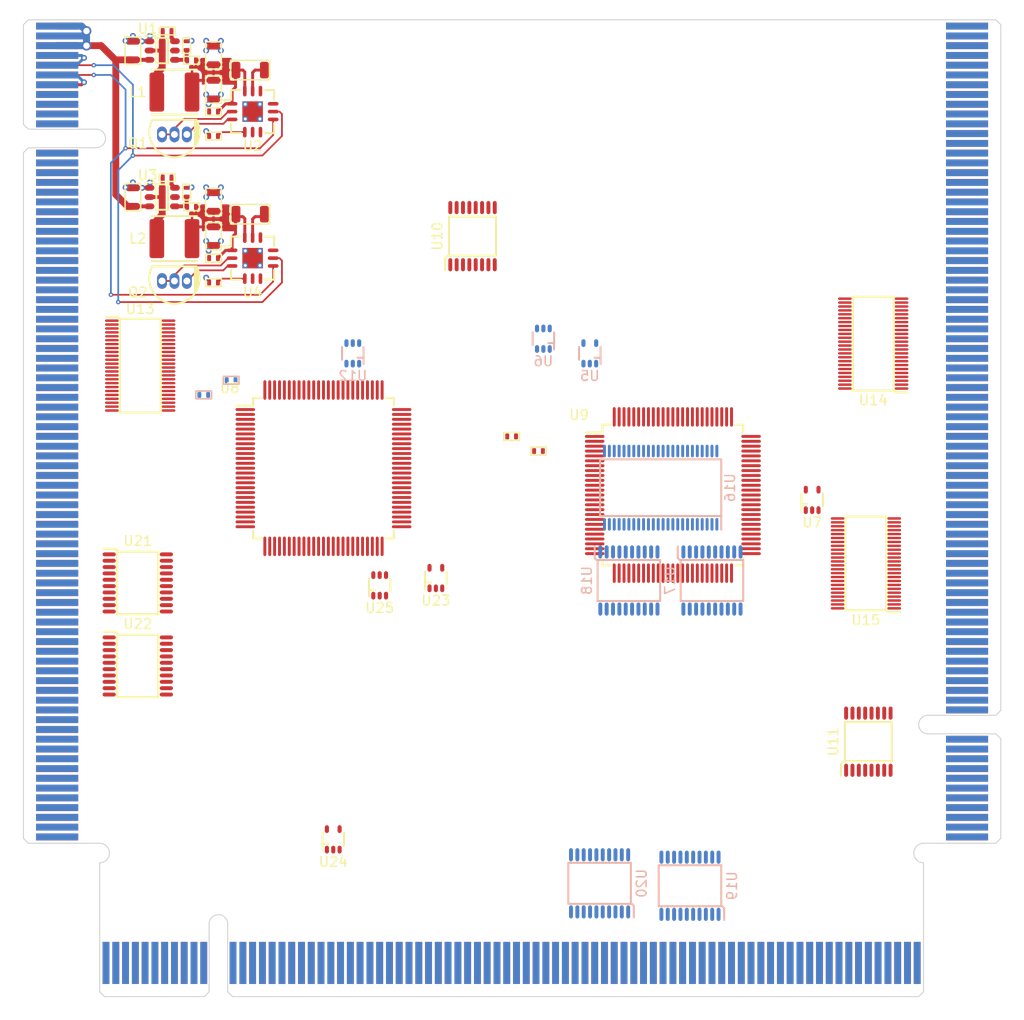
<source format=kicad_pcb>
(kicad_pcb (version 20211014) (generator pcbnew)
  (layers (0 "F.Cu" signal) (1 "In1.Cu" signal) (2 "In2.Cu" signal) (31 "B.Cu" signal) (34 "B.Paste" user) (35 "F.Paste" user) (36 "B.SilkS" user "B.Silkscreen") (37 "F.SilkS" user "F.Silkscreen") (38 "B.Mask" user) (39 "F.Mask" user) (44 "Edge.Cuts" user))
  (net 0 "")
  (net 1 "+12V")
  (net 2 "Net-(C2-Pad1)")
  (net 3 "/SW3v3")
  (net 4 "GND")
  (net 5 "/3v3")
  (net 6 "Net-(C7-Pad1)")
  (net 7 "/SW5v0")
  (net 51 "/5v0")
  (net 52 "/~{RESET}od")
  (net 53 "/SCL")
  (net 54 "/SDA")
  (net 55 "Net-(Q1-Pad1)")
  (net 411 "Net-(Q1-Pad2)")
  (net 412 "Net-(Q2-Pad1)")
  (net 413 "Net-(Q2-Pad2)")
  (net 414 "Net-(R1-Pad2)")
  (net 415 "Net-(R3-Pad1)")
  (net 416 "VCC")
  (net 417 "Net-(R5-Pad2)")
  (net 418 "Net-(R7-Pad1)")
  (net 419 "+5V")
  (net 430 "Net-(R9-Pad1)")
  (net 431 "Net-(R10-Pad1)")
  (net 432 "Net-(R11-Pad1)")
  (net 433 "Net-(R12-Pad1)")
  (net 434 "/S.FX_OVR_R_BASE")
  (net 435 "/S.FX")
  (net 436 "Net-(U5-Pad4)")
  (net 437 "/SLEEPING")
  (net 438 "Net-(U6-Pad4)")
  (net 439 "/S.BASE_{3}")
  (net 440 "/S.FX_OVR_R_SR1")
  (net 441 "Net-(U7-Pad4)")
  (net 444 "Net-(U13-Pad36)")
  (net 445 "Net-(U13-Pad35)")
  (net 446 "Net-(U13-Pad33)")
  (net 447 "Net-(U13-Pad32)")
  (net 448 "Net-(U13-Pad30)")
  (net 449 "Net-(U13-Pad29)")
  (net 450 "Net-(U13-Pad27)")
  (net 451 "Net-(U13-Pad26)")
  (net 452 "/WD_{0}")
  (net 453 "/WD_{1}")
  (net 454 "/WD_{2}")
  (net 455 "/WD_{3}")
  (net 456 "/WD_{4}")
  (net 457 "/WD_{5}")
  (net 458 "/WD_{6}")
  (net 459 "/WD_{8}")
  (net 460 "/WD_{9}")
  (net 463 "/WD_{7}")
  (net 464 "/WD_{10}")
  (net 465 "/WD_{11}")
  (net 466 "/WD_{12}")
  (net 467 "/WD_{13}")
  (net 468 "/WD_{14}")
  (net 469 "/WD_{15}")
  (net 470 "/~{WE}")
  (net 472 "/WFX")
  (net 473 "/T.RCTX_{5}")
  (net 474 "/T.RCTX_{4}")
  (net 475 "/T.RCTX_{3}")
  (net 476 "/T.RCTX_{2}")
  (net 481 "/T.RCTX_{1}")
  (net 482 "/T.RCTX_{0}")
  (net 483 "/T.SR1_WI_{2}")
  (net 484 "/T.SR1_WI_{1}")
  (net 485 "/T.SR1_WI_{0}")
  (net 490 "/S.BASE_{0}")
  (net 491 "/S.BASE_{1}")
  (net 492 "/S.BASE_{2}")
  (net 493 "/S.RCTX_{0}")
  (net 494 "/S.RCTX_{1}")
  (net 495 "/S.RCTX_{2}")
  (net 500 "/S.RCTX_{3}")
  (net 501 "/S.RCTX_{4}")
  (net 502 "/S.RCTX_{5}")
  (net 504 "Net-(U13-Pad47)")
  (net 505 "Net-(U13-Pad46)")
  (net 506 "Net-(U13-Pad44)")
  (net 507 "Net-(U13-Pad43)")
  (net 508 "Net-(U13-Pad41)")
  (net 509 "Net-(U13-Pad40)")
  (net 510 "Net-(U13-Pad38)")
  (net 511 "Net-(U13-Pad37)")
  (net 516 "/RD_{8}")
  (net 517 "/RD_{9}")
  (net 518 "/RD_{10}")
  (net 519 "/RD_{11}")
  (net 520 "/RD_{12}")
  (net 521 "/RD_{13}")
  (net 522 "/RD_{14}")
  (net 523 "/RD_{15}")
  (net 535 "/S.SR1_RI_{0}")
  (net 536 "/S.SR1_RI_{1}")
  (net 537 "/S.SR1_RI_{2}")
  (net 543 "/RD_{0}")
  (net 544 "/RD_{1}")
  (net 545 "/RD_{2}")
  (net 546 "/RD_{3}")
  (net 547 "/RD_{4}")
  (net 548 "/RD_{5}")
  (net 549 "/RD_{6}")
  (net 550 "/RD_{7}")
  (net 553 "/~{PHI}")
  (net 554 "/S.JL_SRC_{0}")
  (net 555 "/S.JL_SRC_{1}")
  (net 558 "Net-(U10-Pad6)")
  (net 560 "/~{WRITE_FROM_PN}")
  (net 561 "/~{WRITE_FROM_L}")
  (net 562 "/~{WRITE_FROM_SELF}")
  (net 564 "/T.SR1_WSRC_{1}")
  (net 565 "/T.SR1_WSRC_{0}")
  (net 566 "/S.K_SRC_{0}")
  (net 567 "/S.K_SRC_{1}")
  (net 568 "/S.K_SRC_{2}")
  (net 574 "Net-(U11-Pad13)")
  (net 577 "Net-(U12-Pad4)")
  (net 578 "/S.A_BASE_{0}")
  (net 579 "/S.A_BASE_{1}")
  (net 580 "/S.A_BASE_{2}")
  (net 581 "/S.A_BASE_{3}")
  (net 582 "/S.A_BASE_{4}")
  (net 583 "/S.A_BASE_{5}")
  (net 584 "/S.A_BASE_{6}")
  (net 585 "/S.A_BASE_{7}")
  (net 586 "/S.A_BASE_{8}")
  (net 587 "/S.A_BASE_{9}")
  (net 588 "/S.A_BASE_{10}")
  (net 589 "/S.A_BASE_{11}")
  (net 590 "/S.A_BASE_{12}")
  (net 591 "/S.A_BASE_{13}")
  (net 592 "/S.A_BASE_{14}")
  (net 593 "/S.A_BASE_{15}")
  (net 594 "/S.JL_{0}")
  (net 595 "/S.JL_{1}")
  (net 596 "/S.JL_{2}")
  (net 597 "/S.JL_{3}")
  (net 598 "/S.JL_{4}")
  (net 599 "/S.JL_{5}")
  (net 600 "/S.JL_{6}")
  (net 601 "/S.JL_{7}")
  (net 602 "/S.JL_{8}")
  (net 603 "/S.JL_{9}")
  (net 604 "/S.JL_{10}")
  (net 605 "/S.JL_{11}")
  (net 606 "/S.JL_{12}")
  (net 607 "/S.JL_{13}")
  (net 608 "/S.JL_{14}")
  (net 609 "/S.JL_{15}")
  (net 610 "/S.K_{0}")
  (net 611 "/S.K_{1}")
  (net 612 "/S.K_{2}")
  (net 613 "/S.K_{3}")
  (net 614 "/S.K_{4}")
  (net 615 "/S.K_{5}")
  (net 616 "/S.K_{6}")
  (net 617 "/S.K_{7}")
  (net 618 "/S.K_{8}")
  (net 619 "/S.K_{9}")
  (net 620 "/S.K_{10}")
  (net 621 "/S.K_{11}")
  (net 622 "/S.K_{12}")
  (net 623 "/S.K_{13}")
  (net 624 "/S.K_{14}")
  (net 625 "/S.K_{15}")
  (net 626 "Net-(U16-Pad2)")
  (net 627 "Net-(U16-Pad3)")
  (net 628 "Net-(U16-Pad5)")
  (net 629 "Net-(U16-Pad6)")
  (net 630 "Net-(U16-Pad8)")
  (net 631 "Net-(U16-Pad9)")
  (net 632 "Net-(U16-Pad11)")
  (net 633 "Net-(U16-Pad12)")
  (net 634 "Net-(U16-Pad13)")
  (net 635 "Net-(U16-Pad14)")
  (net 636 "Net-(U16-Pad16)")
  (net 637 "Net-(U16-Pad17)")
  (net 638 "Net-(U16-Pad19)")
  (net 639 "Net-(U16-Pad20)")
  (net 640 "Net-(U16-Pad22)")
  (net 641 "Net-(U16-Pad23)")
  (net 642 "/PHI")
  (net 643 "/T.L_{0}")
  (net 644 "/T.L_{1}")
  (net 645 "/T.L_{2}")
  (net 646 "/T.L_{3}")
  (net 647 "/T.L_{4}")
  (net 648 "/T.L_{5}")
  (net 649 "/T.L_{6}")
  (net 650 "/T.L_{7}")
  (net 651 "/T.L_{8}")
  (net 652 "/T.L_{9}")
  (net 653 "/T.L_{10}")
  (net 654 "/T.L_{11}")
  (net 655 "/T.L_{12}")
  (net 656 "/T.L_{13}")
  (net 657 "/T.L_{14}")
  (net 658 "/T.L_{15}")
  (net 659 "/T.N_{0}")
  (net 660 "/T.N_{1}")
  (net 661 "/T.N_{2}")
  (net 662 "/T.N_{3}")
  (net 663 "/T.N_{4}")
  (net 664 "/T.N_{5}")
  (net 665 "/T.N_{6}")
  (net 666 "/T.N_{7}")
  (net 667 "/T.N_{8}")
  (net 668 "/T.N_{9}")
  (net 669 "/T.N_{10}")
  (net 670 "/T.N_{11}")
  (net 671 "/T.P_{0}")
  (net 672 "/T.P_{1}")
  (net 673 "/T.P_{2}")
  (net 674 "/T.P_{3}")
  (net 675 "Net-(U23-Pad4)")
  (net 676 "/S.FX_OVR_W")
  (net 677 "/T.INHIBIT_W")
  (footprint "footprints:U_QFN-12_4x4_P0.8_EP2.1x2.1" (layer "F.Cu") (at 37 37.75)
    (fp_text reference "U4")
    (fp_text value "EMC1702")
  )
  (footprint "footprints:R_0402" (layer "F.Cu") (at 63.5 56)
    (fp_text reference "R11")
    (fp_text value "1k")
  )
  (footprint "footprints:U_SOT353_1.25x2.1_P0.65" (layer "F.Cu") (at 45.25 97.25)
    (fp_text reference "U24")
    (fp_text value "74LVC1G86")
  )
  (footprint "footprints:R_1206" (layer "F.Cu") (at 36.75 33.25 180)
    (fp_text reference "R8")
    (fp_text value "15m")
  )
  (footprint "footprints:C_0805" (layer "F.Cu") (at 33 35.5 -90)
    (fp_text reference "C9")
    (fp_text value "22u")
  )
  (footprint "footprints:U_TSSOP-20_4.4x6.5_P0.65" (layer "F.Cu") (at 25.25 71 -90)
    (fp_text reference "U21")
    (fp_text value "74LVC541")
  )
  (footprint "footprints:U_TSSOP-20_4.4x6.5_P0.65" (layer "F.Cu") (at 25.25 79.5 -90)
    (fp_text reference "U22")
    (fp_text value "74LVC541")
  )
  (footprint "footprints:L_taiyo_yuden_nrs5040" (layer "F.Cu") (at 29 35.75 180)
    (fp_text reference "L2")
    (fp_text value "3.3u")
  )
  (footprint "footprints:R_0402" (layer "F.Cu") (at 33 25.25 180)
    (fp_text reference "R3")
    (fp_text value "LIST")
  )
  (footprint "footprints:U_TO92-3" (layer "F.Cu") (at 29 40.088223 180)
    (fp_text reference "Q2")
    (fp_text value "2N3904")
  )
  (footprint "footprints:C_0805" (layer "F.Cu") (at 33 17 90)
    (fp_text reference "C4")
    (fp_text value "22u")
  )
  (footprint "footprints:R_0402" (layer "F.Cu") (at 33 40.25 180)
    (fp_text reference "R7")
    (fp_text value "LIST")
  )
  (footprint "footprints:U_QFP-100_14x14_P0.5" (layer "F.Cu") (at 80 62)
    (fp_text reference "U9")
    (fp_text value "CY7C0241-15AC")
  )
  (footprint "footprints:R_0402" (layer "F.Cu") (at 66.25 57.5)
    (fp_text reference "R12")
    (fp_text value "1k")
  )
  (footprint "footprints:U_TVSOP-48_4.4x9.7_P0.4" (layer "F.Cu") (at 100.5 46.5 180)
    (fp_text reference "U14")
    (fp_text value "74LVT16244")
  )
  (footprint "footprints:U_TSSOP-16_4.4x5_P0.65" (layer "F.Cu") (at 100 87.25)
    (fp_text reference "U11")
    (fp_text value "74LVC138")
  )
  (footprint "footprints:C_0805" (layer "F.Cu") (at 24.75 31.5 90)
    (fp_text reference "C6")
    (fp_text value "10u")
  )
  (footprint "footprints:U_TVSOP-48_4.4x9.7_P0.4" (layer "F.Cu") (at 25.5 48.75)
    (fp_text reference "U13")
    (fp_text value "74LVCH16244A")
  )
  (footprint "footprints:R_0402" (layer "F.Cu") (at 30.75 17.5 180)
    (fp_text reference "R1")
    (fp_text value "33k2 1%")
  )
  (footprint "footprints:U_QFN-12_4x4_P0.8_EP2.1x2.1" (layer "F.Cu") (at 37 22.75)
    (fp_text reference "U2")
    (fp_text value "EMC1702")
  )
  (footprint "footprints:C_0402" (layer "F.Cu") (at 28.25 14.5 180)
    (fp_text reference "C2")
    (fp_text value "100n")
  )
  (footprint "footprints:CardEdge_PCIe_x16" (layer "F.Cu") (at 113.55 97.65 90)
    (fp_text reference "J3")
    (fp_text value "2M11_2M71")
    (fp_line (start 0 -0.5) (end 0.5 0) (layer "Edge.Cuts") (width 0.1))
    (fp_line (start 11.2 -0.5) (end 10.7 0) (layer "Edge.Cuts") (width 0.1))
    (fp_line (start 0.5 0) (end 10.7 0) (layer "Edge.Cuts") (width 0.1))
    (fp_line (start 13.6 0) (end 83.8 0) (layer "Edge.Cuts") (width 0.1))
    (fp_line (start 11.2 -7.45) (end 11.2 -0.5) (layer "Edge.Cuts") (width 0.1))
    (fp_line (start 84.3 -7.45) (end 84.3 -0.5) (layer "Edge.Cuts") (width 0.1))
    (fp_line (start 13.1 -7.45) (end 13.1 -0.5) (layer "Edge.Cuts") (width 0.1))
    (fp_line (start 84.3 -0.5) (end 83.8 0) (layer "Edge.Cuts") (width 0.1))
    (fp_line (start 13.1 -0.5) (end 13.6 0) (layer "Edge.Cuts") (width 0.1))
    (fp_line (start 0 -7.45) (end 0 -0.5) (layer "Edge.Cuts") (width 0.1))
    (fp_arc (start 11.2 -7.45) (mid 12.15 -8.4) (end 13.1 -7.45) (layer "Edge.Cuts") (width 0.1))
  )
  (footprint "footprints:CardEdge_PCIe_x16" (layer "F.Cu") (at 21.35 113.35)
    (fp_text reference "J2")
    (fp_text value "2M11_2M71")
    (fp_line (start 84.3 -7.45) (end 84.3 -0.5) (layer "Edge.Cuts") (width 0.1))
    (fp_line (start 13.1 -0.5) (end 13.6 0) (layer "Edge.Cuts") (width 0.1))
    (fp_line (start 0 -0.5) (end 0.5 0) (layer "Edge.Cuts") (width 0.1))
    (fp_line (start 13.6 0) (end 83.8 0) (layer "Edge.Cuts") (width 0.1))
    (fp_line (start 13.1 -7.45) (end 13.1 -0.5) (layer "Edge.Cuts") (width 0.1))
    (fp_line (start 0 -7.45) (end 0 -0.5) (layer "Edge.Cuts") (width 0.1))
    (fp_line (start 11.2 -0.5) (end 10.7 0) (layer "Edge.Cuts") (width 0.1))
    (fp_line (start 84.3 -0.5) (end 83.8 0) (layer "Edge.Cuts") (width 0.1))
    (fp_line (start 0.5 0) (end 10.7 0) (layer "Edge.Cuts") (width 0.1))
    (fp_line (start 11.2 -7.45) (end 11.2 -0.5) (layer "Edge.Cuts") (width 0.1))
    (fp_arc (start 11.2 -7.45) (mid 12.15 -8.4) (end 13.1 -7.45) (layer "Edge.Cuts") (width 0.1))
  )
  (footprint "footprints:CardEdge_PCIe_x16" (layer "F.Cu") (at 13.55 13.35 -90)
    (fp_text reference "J1")
    (fp_text value "2M11_2M71")
    (fp_line (start 13.1 -0.5) (end 13.6 0) (layer "Edge.Cuts") (width 0.1))
    (fp_line (start 11.2 -0.5) (end 10.7 0) (layer "Edge.Cuts") (width 0.1))
    (fp_line (start 84.3 -7.45) (end 84.3 -0.5) (layer "Edge.Cuts") (width 0.1))
    (fp_line (start 0 -7.45) (end 0 -0.5) (layer "Edge.Cuts") (width 0.1))
    (fp_line (start 0 -0.5) (end 0.5 0) (layer "Edge.Cuts") (width 0.1))
    (fp_line (start 13.1 -7.45) (end 13.1 -0.5) (layer "Edge.Cuts") (width 0.1))
    (fp_line (start 13.6 0) (end 83.8 0) (layer "Edge.Cuts") (width 0.1))
    (fp_line (start 11.2 -7.45) (end 11.2 -0.5) (layer "Edge.Cuts") (width 0.1))
    (fp_line (start 0.5 0) (end 10.7 0) (layer "Edge.Cuts") (width 0.1))
    (fp_line (start 84.3 -0.5) (end 83.8 0) (layer "Edge.Cuts") (width 0.1))
    (fp_arc (start 11.2 -7.45) (mid 12.15 -8.4) (end 13.1 -7.45) (layer "Edge.Cuts") (width 0.1))
  )
  (footprint "footprints:C_0805" (layer "F.Cu") (at 33 20.5 -90)
    (fp_text reference "C3")
    (fp_text value "22u")
  )
  (footprint "footprints:U_SOT23-6" (layer "F.Cu") (at 27.75 31.5)
    (fp_text reference "U3")
    (fp_text value "AP62300TWU-7")
  )
  (footprint "footprints:U_SOT353_1.25x2.1_P0.65" (layer "F.Cu") (at 94.25 62.5)
    (fp_text reference "U7")
    (fp_text value "74LVC1G86")
  )
  (footprint "footprints:R_0402" (layer "F.Cu") (at 30.25 16 90)
    (fp_text reference "R2")
    (fp_text value "10k 1%")
  )
  (footprint "footprints:L_taiyo_yuden_nrs5040" (layer "F.Cu") (at 29 20.75 180)
    (fp_text reference "L1")
    (fp_text value "3.3u")
  )
  (footprint "footprints:C_0402" (layer "F.Cu") (at 33 22.75 180)
    (fp_text reference "C5")
    (fp_text value "100n")
  )
  (footprint "footprints:U_SOT23-6" (layer "F.Cu") (at 27.75 16.5)
    (fp_text reference "U1")
    (fp_text value "AP62300TWU-7")
  )
  (footprint "footprints:R_0402" (layer "F.Cu") (at 30.75 32.5 180)
    (fp_text reference "R5")
    (fp_text value "56k2 1%")
  )
  (footprint "footprints:C_0402" (layer "F.Cu") (at 33 37.75 180)
    (fp_text reference "C10")
    (fp_text value "100n")
  )
  (footprint "footprints:U_QFP-100_14x14_P0.5" (layer "F.Cu") (at 44.25 59.25)
    (fp_text reference "U8")
    (fp_text value "CY7C0241-15AC")
  )
  (footprint "footprints:C_0402" (layer "F.Cu") (at 28.25 29.5 180)
    (fp_text reference "C7")
    (fp_text value "100n")
  )
  (footprint "footprints:R_0402" (layer "F.Cu") (at 30.25 31 90)
    (fp_text reference "R6")
    (fp_text value "10k 1%")
  )
  (footprint "footprints:U_TVSOP-48_4.4x9.7_P0.4" (layer "F.Cu") (at 99.75 69 180)
    (fp_text reference "U15")
    (fp_text value "74LVT16244")
  )
  (footprint "footprints:C_0805" (layer "F.Cu") (at 24.75 16.5 90)
    (fp_text reference "C1")
    (fp_text value "10u")
  )
  (footprint "footprints:U_TSSOP-16_4.4x5_P0.65" (layer "F.Cu") (at 59.5 35.5)
    (fp_text reference "U10")
    (fp_text value "74LVC139")
  )
  (footprint "footprints:U_SOT353_1.25x2.1_P0.65" (layer "F.Cu") (at 55.75 70.5)
    (fp_text reference "U23")
    (fp_text value "74LVC1G02")
  )
  (footprint "footprints:U_SOT363_1.25x2.1_P0.65" (layer "F.Cu") (at 50 71.25)
    (fp_text reference "U25")
    (fp_text value "74LVC1G332")
  )
  (footprint "footprints:U_TO92-3" (layer "F.Cu") (at 29 25.088223 180)
    (fp_text reference "Q1")
    (fp_text value "2N3904")
  )
  (footprint "footprints:C_0805" (layer "F.Cu") (at 33 32 90)
    (fp_text reference "C8")
    (fp_text value "22u")
  )
  (footprint "footprints:R_1206" (layer "F.Cu") (at 36.75 18.5 180)
    (fp_text reference "R4")
    (fp_text value "15m")
  )
  (footprint "footprints:U_TSSOP-20_4.4x6.5_P0.65" (layer "B.Cu") (at 81.75 102 180)
    (fp_text reference "U19")
    (fp_text value "74LVC541")
  )
  (footprint "footprints:U_SOT363_1.25x2.1_P0.65" (layer "B.Cu") (at 47.25 47.5 180)
    (fp_text reference "U12")
    (fp_text value "74LVC1G157")
  )
  (footprint "footprints:U_TSSOP-48_6.1x12.5_P0.5" (layer "B.Cu") (at 78.75 61.25 90)
    (fp_text reference "U16")
    (fp_text value "74LVCH16374")
  )
  (footprint "footprints:U_SOT363_1.25x2.1_P0.65" (layer "B.Cu") (at 66.75 46 180)
    (fp_text reference "U6")
    (fp_text value "74LVC1G157")
  )
  (footprint "footprints:R_0402" (layer "B.Cu") (at 34.8 50.25 180)
    (fp_text reference "R9")
    (fp_text value "1k")
  )
  (footprint "footprints:U_SOT353_1.25x2.1_P0.65" (layer "B.Cu") (at 71.5 47.5 180)
    (fp_text reference "U5")
    (fp_text value "74LVC1G86")
  )
  (footprint "footprints:U_TSSOP-20_4.4x6.5_P0.65" (layer "B.Cu") (at 84 70.75)
    (fp_text reference "U17")
    (fp_text value "74LVC574")
  )
  (footprint "footprints:U_TSSOP-20_4.4x6.5_P0.65" (layer "B.Cu") (at 72.5 101.75 180)
    (fp_text reference "U20")
    (fp_text value "74LVC541")
  )
  (footprint "footprints:U_TSSOP-20_4.4x6.5_P0.65" (layer "B.Cu") (at 75.5 70.75)
    (fp_text reference "U18")
    (fp_text value "74LVC574")
  )
  (footprint "footprints:R_0402" (layer "B.Cu") (at 32 51.75 180)
    (fp_text reference "R10")
    (fp_text value "1k")
  )
  (gr_line (start 21 97.65) (end 21.35 97.65) (layer "Edge.Cuts") (width 0.1))
  (gr_line (start 106.1 13.35) (end 21 13.35) (layer "Edge.Cuts") (width 0.1))
  (gr_line (start 105.65 105.9) (end 105.65 99.65) (layer "Edge.Cuts") (width 0.1))
  (gr_line (start 21.35 105.9) (end 21.35 99.65) (layer "Edge.Cuts") (width 0.1))
  (gr_line (start 105.65 97.65) (end 106.1 97.65) (layer "Edge.Cuts") (width 0.1))
  (gr_arc (start 105.65 99.65) (mid 104.65 98.65) (end 105.65 97.65) (layer "Edge.Cuts") (width 0.1))
  (gr_arc (start 21.35 97.65) (mid 22.35 98.65) (end 21.35 99.65) (layer "Edge.Cuts") (width 0.1))
  (segment (start 20 15) (end 20 16) (width 0.7) (layer "F.Cu") (net 1))
  (segment (start 23 31.25) (end 24.2 32.45) (width 0.7) (layer "F.Cu") (net 1))
  (segment (start 19.5 14) (end 17 14) (width 0.7) (layer "F.Cu") (net 1))
  (segment (start 17 15) (end 20 15) (width 0.7) (layer "F.Cu") (net 1))
  (segment (start 20 16) (end 21.5 16) (width 0.7) (layer "F.Cu") (net 1))
  (segment (start 26.45 32.45) (end 24.75 32.45) (width 0.4) (layer "F.Cu") (net 1))
  (segment (start 26.45 17.45) (end 24.75 17.45) (width 0.4) (layer "F.Cu") (net 1))
  (segment (start 20 14.5) (end 19.5 14) (width 0.7) (layer "F.Cu") (net 1))
  (segment (start 21.5 16) (end 22.95 17.45) (width 0.7) (layer "F.Cu") (net 1))
  (segment (start 21.5 16) (end 23 17.5) (width 0.7) (layer "F.Cu") (net 1))
  (segment (start 22.95 17.45) (end 24.75 17.45) (width 0.7) (layer "F.Cu") (net 1))
  (segment (start 23 17.5) (end 23 31.25) (width 0.7) (layer "F.Cu") (net 1))
  (segment (start 24.2 32.45) (end 24.75 32.45) (width 0.7) (layer "F.Cu") (net 1))
  (segment (start 20 16) (end 17 16) (width 0.7) (layer "F.Cu") (net 1))
  (segment (start 20 16) (end 20 14.5) (width 0.7) (layer "F.Cu") (net 1))
  (via (at 20 16) (size 1) (drill 0.65) (layers "F.Cu" "B.Cu") (net 1))
  (via (at 20 14.5) (size 1) (drill 0.65) (layers "F.Cu" "B.Cu") (net 1))
  (segment (start 19.5 14) (end 17 14) (width 0.7) (layer "B.Cu") (net 1))
  (segment (start 20 14.5) (end 19.5 14) (width 0.7) (layer "B.Cu") (net 1))
  (segment (start 20 16) (end 20 15) (width 0.7) (layer "B.Cu") (net 1))
  (segment (start 20 16) (end 20 14.5) (width 0.7) (layer "B.Cu") (net 1))
  (segment (start 20 15) (end 17 15) (width 0.7) (layer "B.Cu") (net 1))
  (segment (start 20 16) (end 17 16) (width 0.7) (layer "B.Cu") (net 1))
  (segment (start 28.7 15.2) (end 29.05 15.55) (width 0.4) (layer "F.Cu") (net 2))
  (segment (start 28.7 14.5) (end 28.7 15.2) (width 0.4) (layer "F.Cu") (net 2))
  (segment (start 27.8 15.45) (end 27.75 15.5) (width 0.4) (layer "F.Cu") (net 3))
  (segment (start 26.45 16.5) (end 27.75 16.5) (width 0.4) (layer "F.Cu") (net 3))
  (segment (start 27.75 15.5) (end 27.75 16.5) (width 0.7) (layer "F.Cu") (net 3))
  (segment (start 27.75 16.5) (end 27.75 18.3) (width 0.7) (layer "F.Cu") (net 3))
  (segment (start 27.2 18.85) (end 27.2 20.75) (width 0.7) (layer "F.Cu") (net 3))
  (segment (start 27.75 18.3) (end 27.2 18.85) (width 0.7) (layer "F.Cu") (net 3))
  (segment (start 27.8 14.5) (end 27.8 15.45) (width 0.4) (layer "F.Cu") (net 3))
  (segment (start 32.55 37.05) (end 32.5 37) (width 0.3) (layer "F.Cu") (net 4))
  (segment (start 33.3 31.05) (end 33.75 31.5) (width 0.3) (layer "F.Cu") (net 4))
  (segment (start 25.7 15.55) (end 24.75 15.55) (width 0.4) (layer "F.Cu") (net 4))
  (segment (start 37 37.75) (end 37.75 37) (width 0.3) (layer "F.Cu") (net 4))
  (segment (start 33 21.45) (end 33 21.5) (width 0.3) (layer "F.Cu") (net 4))
  (segment (start 33 36.45) (end 33 36.5) (width 0.3) (layer "F.Cu") (net 4))
  (segment (start 33 16.05) (end 32.8 16.05) (width 0.3) (layer "F.Cu") (net 4))
  (segment (start 33 16.05) (end 32.7 16.05) (width 0.3) (layer "F.Cu") (net 4))
  (segment (start 32.7 36.45) (end 32.25 36) (width 0.3) (layer "F.Cu") (net 4))
  (segment (start 30.7 15.55) (end 30.75 15.5) (width 0.3) (layer "F.Cu") (net 4))
  (segment (start 32.55 22.05) (end 32.5 22) (width 0.3) (layer "F.Cu") (net 4))
  (segment (start 26.45 15.55) (end 26.45 15.05) (width 0.4) (layer "F.Cu") (net 4))
  (segment (start 37 37.75) (end 36.25 38.5) (width 0.3) (layer "F.Cu") (net 4))
  (segment (start 33 36.45) (end 32.7 36.45) (width 0.3) (layer "F.Cu") (net 4))
  (segment (start 32.8 31.05) (end 32.25 30.5) (width 0.3) (layer "F.Cu") (net 4))
  (segment (start 32.7 21.45) (end 32.25 21) (width 0.3) (layer "F.Cu") (net 4))
  (segment (start 32.7 16.05) (end 32.25 16.5) (width 0.3) (layer "F.Cu") (net 4))
  (segment (start 26.45 30.55) (end 26.45 30.05) (width 0.4) (layer "F.Cu") (net 4))
  (segment (start 24.75 15.55) (end 24.05 15.55) (width 0.4) (layer "F.Cu") (net 4))
  (segment (start 26.45 15.55) (end 25.7 15.55) (width 0.4) (layer "F.Cu") (net 4))
  (segment (start 33 21.45) (end 32.7 21.45) (width 0.3) (layer "F.Cu") (net 4))
  (segment (start 37 22.75) (end 36.25 22) (width 0.3) (layer "F.Cu") (net 4))
  (segment (start 30.25 30.55) (end 30.7 30.55) (width 0.3) (layer "F.Cu") (net 4))
  (segment (start 30.25 15.55) (end 30.7 15.55) (width 0.3) (layer "F.Cu") (net 4))
  (segment (start 32.8 16.05) (end 32.25 15.5) (width 0.3) (layer "F.Cu") (net 4))
  (segment (start 26.45 30.05) (end 26.5 30) (width 0.4) (layer "F.Cu") (net 4))
  (segment (start 32.55 25.05) (end 32.25 24.75) (width 0.3) (layer "F.Cu") (net 4))
  (segment (start 32.55 22.75) (end 32.55 22.05) (width 0.3) (layer "F.Cu") (net 4))
  (segment (start 33 31.05) (end 32.8 31.05) (width 0.3) (layer "F.Cu") (net 4))
  (segment (start 33 36.5) (end 32.5 37) (width 0.3) (layer "F.Cu") (net 4))
  (segment (start 33 31.05) (end 32.7 31.05) (width 0.3) (layer "F.Cu") (net 4))
  (segment (start 33 21.5) (end 32.5 22) (width 0.3) (layer "F.Cu") (net 4))
  (segment (start 32.7 31.05) (end 32.25 31.5) (width 0.3) (layer "F.Cu") (net 4))
  (segment (start 24.75 30.55) (end 24.05 30.55) (width 0.4) (layer "F.Cu") (net 4))
  (segment (start 33 36.45) (end 33.3 36.45) (width 0.3) (layer "F.Cu") (net 4))
  (segment (start 33.2 31.05) (end 33.75 30.5) (width 0.3) (layer "F.Cu") (net 4))
  (segment (start 33.3 36.45) (end 33.75 36) (width 0.3) (layer "F.Cu") (net 4))
  (segment (start 32.55 40.05) (end 32.25 39.75) (width 0.3) (layer "F.Cu") (net 4))
  (segment (start 37 37.75) (end 37.75 38.5) (width 0.3) (layer "F.Cu") (net 4))
  (segment (start 17 17) (end 19.5 17) (width 0.3) (layer "F.Cu") (net 4))
  (segment (start 33 21.45) (end 33.3 21.45) (width 0.3) (layer "F.Cu") (net 4))
  (segment (start 32.55 25.25) (end 32.55 25.05) (width 0.3) (layer "F.Cu") (net 4))
  (segment (start 33 31.05) (end 33.2 31.05) (width 0.3) (layer "F.Cu") (net 4))
  (segment (start 33.3 16.05) (end 33.75 16.5) (width 0.3) (layer "F.Cu") (net 4))
  (segment (start 33 16.05) (end 33.2 16.05) (width 0.3) (layer "F.Cu") (net 4))
  (segment (start 26.45 30.55) (end 25.7 30.55) (width 0.4) (layer "F.Cu") (net 4))
  (segment (start 30.7 30.55) (end 30.75 30.5) (width 0.3) (layer "F.Cu") (net 4))
  (segment (start 33.3 21.45) (end 33.75 21) (width 0.3) (layer "F.Cu") (net 4))
  (segment (start 24.75 15.55) (end 24.75 15) (width 0.4) (layer "F.Cu") (net 4))
  (segment (start 19.75 19.75) (end 19.5 20) (width 0.3) (layer "F.Cu") (net 4))
  (segment (start 32.55 37.75) (end 32.55 37.05) (width 0.3) (layer "F.Cu") (net 4))
  (segment (start 37 22.75) (end 37.75 22) (width 0.3) (layer "F.Cu") (net 4))
  (segment (start 37 22.75) (end 36.25 23.5) (width 0.3) (layer "F.Cu") (net 4))
  (segment (start 24.05 15.55) (end 24 15.5) (width 0.4) (layer "F.Cu") (net 4))
  (segment (start 33.2 16.05) (end 33.75 15.5) (width 0.3) (layer "F.Cu") (net 4))
  (segment (start 32.55 40.25) (end 32.55 40.05) (width 0.3) (layer "F.Cu") (net 4))
  (segment (start 19.5 17) (end 19.75 17.25) (width 0.3) (layer "F.Cu") (net 4))
  (segment (start 24.75 30.55) (end 24.75 30) (width 0.4) (layer "F.Cu") (net 4))
  (segment (start 25.7 30.55) (end 24.75 30.55) (width 0.4) (layer "F.Cu") (net 4))
  (segment (start 37 37.75) (end 36.25 37) (width 0.3) (layer "F.Cu") (net 4))
  (segment (start 19.5 20) (end 17 20) (width 0.3) (layer "F.Cu") (net 4))
  (segment (start 24.05 30.55) (end 24 30.5) (width 0.4) (layer "F.Cu") (net 4))
  (segment (start 33 31.05) (end 33.3 31.05) (width 0.3) (layer "F.Cu") (net 4))
  (segment (start 26.45 15.05) (end 26.5 15) (width 0.4) (layer "F.Cu") (net 4))
  (segment (start 37 22.75) (end 37.75 23.5) (width 0.3) (layer "F.Cu") (net 4))
  (segment (start 33 16.05) (end 33.3 16.05) (width 0.3) (layer "F.Cu") (net 4))
  (via (at 32.25 16.5) (size 0.6) (drill 0.3) (layers "F.Cu" "B.Cu") (net 4))
  (via (at 32.25 31.5) (size 0.6) (drill 0.3) (layers "F.Cu" "B.Cu") (net 4))
  (via (at 33.75 30.5) (size 0.6) (drill 0.3) (layers "F.Cu" "B.Cu") (net 4))
  (via (at 37.75 37) (size 0.6) (drill 0.3) (layers "F.Cu" "B.Cu") (net 4))
  (via (at 36.25 23.5) (size 0.6) (drill 0.3) (layers "F.Cu" "B.Cu") (net 4))
  (via (at 36.25 22) (size 0.6) (drill 0.3) (layers "F.Cu" "B.Cu") (net 4))
  (via (at 25.7 30.55) (size 0.6) (drill 0.3) (layers "F.Cu" "B.Cu") (net 4))
  (via (at 36.25 38.5) (size 0.6) (drill 0.3) (layers "F.Cu" "B.Cu") (net 4))
  (via (at 32.5 22) (size 0.6) (drill 0.3) (layers "F.Cu" "B.Cu") (net 4))
  (via (at 37.75 23.5) (size 0.6) (drill 0.3) (layers "F.Cu" "B.Cu") (net 4))
  (via (at 33.75 15.5) (size 0.6) (drill 0.3) (layers "F.Cu" "B.Cu") (net 4))
  (via (at 33.75 31.5) (size 0.6) (drill 0.3) (layers "F.Cu" "B.Cu") (net 4))
  (via (at 24.75 15) (size 0.6) (drill 0.3) (layers "F.Cu" "B.Cu") (net 4))
  (via (at 26.5 30) (size 0.6) (drill 0.3) (layers "F.Cu" "B.Cu") (net 4))
  (via (at 25.7 15.55) (size 0.6) (drill 0.3) (layers "F.Cu" "B.Cu") (net 4))
  (via (at 32.25 30.5) (size 0.6) (drill 0.3) (layers "F.Cu" "B.Cu") (net 4))
  (via (at 24 15.5) (size 0.6) (drill 0.3) (layers "F.Cu" "B.Cu") (net 4))
  (via (at 33.75 16.5) (size 0.6) (drill 0.3) (layers "F.Cu" "B.Cu") (net 4))
  (via (at 37.75 38.5) (size 0.6) (drill 0.3) (layers "F.Cu" "B.Cu") (net 4))
  (via (at 32.25 24.75) (size 0.6) (drill 0.3) (layers "F.Cu" "B.Cu") (net 4))
  (via (at 36.25 37) (size 0.6) (drill 0.3) (layers "F.Cu" "B.Cu") (net 4))
  (via (at 26.5 15) (size 0.6) (drill 0.3) (layers "F.Cu" "B.Cu") (net 4))
  (via (at 32.25 36) (size 0.6) (drill 0.3) (layers "F.Cu" "B.Cu") (net 4))
  (via (at 32.25 21) (size 0.6) (drill 0.3) (layers "F.Cu" "B.Cu") (net 4))
  (via (at 32.25 15.5) (size 0.6) (drill 0.3) (layers "F.Cu" "B.Cu") (net 4))
  (via (at 33.75 36) (size 0.6) (drill 0.3) (layers "F.Cu" "B.Cu") (net 4))
  (via (at 24.75 30) (size 0.6) (drill 0.3) (layers "F.Cu" "B.Cu") (net 4))
  (via (at 19.75 19.75) (size 0.6) (drill 0.3) (layers "F.Cu" "B.Cu") (net 4))
  (via (at 33.75 21) (size 0.6) (drill 0.3) (layers "F.Cu" "B.Cu") (net 4))
  (via (at 32.25 39.75) (size 0.6) (drill 0.3) (layers "F.Cu" "B.Cu") (net 4))
  (via (at 19.75 17.25) (size 0.6) (drill 0.3) (layers "F.Cu" "B.Cu") (net 4))
  (via (at 30.75 15.5) (size 0.6) (drill 0.3) (layers "F.Cu" "B.Cu") (net 4))
  (via (at 32.5 37) (size 0.6) (drill 0.3) (layers "F.Cu" "B.Cu") (net 4))
  (via (at 30.75 30.5) (size 0.6) (drill 0.3) (layers "F.Cu" "B.Cu") (net 4))
  (via (at 24 30.5) (size 0.6) (drill 0.3) (layers "F.Cu" "B.Cu") (net 4))
  (via (at 37.75 22) (size 0.6) (drill 0.3) (layers "F.Cu" "B.Cu") (net 4))
  (segment (start 19 19) (end 17 19) (width 0.3) (layer "B.Cu") (net 4))
  (segment (start 19.5 17) (end 17 17) (width 0.3) (layer "B.Cu") (net 4))
  (segment (start 17 18) (end 19 18) (width 0.3) (layer "B.Cu") (net 4))
  (segment (start 19.75 17.25) (end 19.5 17) (width 0.3) (layer "B.Cu") (net 4))
  (segment (start 19 18) (end 19.75 17.25) (width 0.3) (layer "B.Cu") (net 4))
  (segment (start 19.75 19.75) (end 19 19) (width 0.3) (layer "B.Cu") (net 4))
  (segment (start 34.9 20.6) (end 35.25 20.25) (width 0.3) (layer "F.Cu") (net 5))
  (segment (start 36.2 20.65) (end 36.2 18.7) (width 0.3) (layer "F.Cu") (net 5))
  (segment (start 35.25 20.25) (end 35.25 18.55) (width 0.3) (layer "F.Cu") (net 5))
  (segment (start 36 18.5) (end 35.3 18.5) (width 0.3) (layer "F.Cu") (net 5))
  (segment (start 34.9 21.95) (end 34.9 20.6) (width 0.3) (layer "F.Cu") (net 5))
  (segment (start 35.25 18.55) (end 35.3 18.5) (width 0.3) (layer "F.Cu") (net 5))
  (segment (start 33 19.55) (end 31.2 19.55) (width 0.3) (layer "F.Cu") (net 5))
  (segment (start 34.9 21.95) (end 34.25 21.95) (width 0.3) (layer "F.Cu") (net 5))
  (segment (start 36.2 18.7) (end 36 18.5) (width 0.3) (layer "F.Cu") (net 5))
  (segment (start 34.25 21.95) (end 33.45 22.75) (width 0.3) (layer "F.Cu") (net 5))
  (segment (start 31.2 19.55) (end 31 19.75) (width 0.3) (layer "F.Cu") (net 5))
  (segment (start 28.7 30.2) (end 29.05 30.55) (width 0.4) (layer "F.Cu") (net 6))
  (segment (start 28.7 29.5) (end 28.7 30.2) (width 0.4) (layer "F.Cu") (net 6))
  (segment (start 27.8 30.45) (end 27.75 30.5) (width 0.4) (layer "F.Cu") (net 7))
  (segment (start 27.75 31.5) (end 27.75 33.3) (width 0.7) (layer "F.Cu") (net 7))
  (segment (start 27.8 29.5) (end 27.8 30.45) (width 0.4) (layer "F.Cu") (net 7))
  (segment (start 27.75 30.5) (end 27.75 31.5) (width 0.7) (layer "F.Cu") (net 7))
  (segment (start 27.2 33.85) (end 27.2 35.75) (width 0.7) (layer "F.Cu") (net 7))
  (segment (start 27.75 33.3) (end 27.2 33.85) (width 0.7) (layer "F.Cu") (net 7))
  (segment (start 26.45 31.5) (end 27.75 31.5) (width 0.4) (layer "F.Cu") (net 7))
  (segment (start 35.25 33.55) (end 35.3 33.5) (width 0.3) (layer "F.Cu") (net 51))
  (segment (start 36.2 35.65) (end 36.2 33.7) (width 0.3) (layer "F.Cu") (net 51))
  (segment (start 36 33.5) (end 35.3 33.5) (width 0.3) (layer "F.Cu") (net 51))
  (segment (start 35.25 35.25) (end 35.25 33.55) (width 0.3) (layer "F.Cu") (net 51))
  (segment (start 36.2 33.7) (end 36 33.5) (width 0.3) (layer "F.Cu") (net 51))
  (segment (start 33 34.55) (end 31.2 34.55) (width 0.3) (layer "F.Cu") (net 51))
  (segment (start 34.9 36.95) (end 34.25 36.95) (width 0.3) (layer "F.Cu") (net 51))
  (segment (start 34.25 36.95) (end 33.45 37.75) (width 0.3) (layer "F.Cu") (net 51))
  (segment (start 31.2 34.55) (end 31 34.75) (width 0.3) (layer "F.Cu") (net 51))
  (segment (start 34.9 36.95) (end 34.9 35.6) (width 0.3) (layer "F.Cu") (net 51))
  (segment (start 34.9 35.6) (end 35.25 35.25) (width 0.3) (layer "F.Cu") (net 51))
  (segment (start 23.25 42.25) (end 38 42.25) (width 0.1778) (layer "F.Cu") (net 53))
  (segment (start 17 18) (end 20.75 18) (width 0.1778) (layer "F.Cu") (net 53))
  (segment (start 40 23) (end 39.75 22.75) (width 0.1778) (layer "F.Cu") (net 53))
  (segment (start 38 42.25) (end 40 40.25) (width 0.1778) (layer "F.Cu") (net 53))
  (segment (start 39.75 37.75) (end 39.1 37.75) (width 0.1778) (layer "F.Cu") (net 53))
  (segment (start 24.75 27.25) (end 38 27.25) (width 0.1778) (layer "F.Cu") (net 53))
  (segment (start 40 25.25) (end 40 23) (width 0.1778) (layer "F.Cu") (net 53))
  (segment (start 40 38) (end 39.75 37.75) (width 0.1778) (layer "F.Cu") (net 53))
  (segment (start 38 27.25) (end 40 25.25) (width 0.1778) (layer "F.Cu") (net 53))
  (segment (start 40 40.25) (end 40 38) (width 0.1778) (layer "F.Cu") (net 53))
  (segment (start 39.75 22.75) (end 39.1 22.75) (width 0.1778) (layer "F.Cu") (net 53))
  (via (at 20.75 18) (size 0.45) (drill 0.2) (layers "F.Cu" "B.Cu") (net 53))
  (via (at 23.25 42.25) (size 0.45) (drill 0.2) (layers "F.Cu" "B.Cu") (net 53))
  (via (at 24.75 27.25) (size 0.45) (drill 0.2) (layers "F.Cu" "B.Cu") (net 53))
  (segment (start 22.75 18) (end 20.75 18) (width 0.1778) (layer "B.Cu") (net 53))
  (segment (start 24.75 20) (end 22.75 18) (width 0.1778) (layer "B.Cu") (net 53))
  (segment (start 24.75 27.25) (end 24.75 20) (width 0.1778) (layer "B.Cu") (net 53))
  (segment (start 23.25 28.75) (end 24.75 27.25) (width 0.1778) (layer "B.Cu") (net 53))
  (segment (start 23.25 42.25) (end 23.25 28.75) (width 0.1778) (layer "B.Cu") (net 53))
  (segment (start 37.75 41.5) (end 24 41.5) (width 0.1778) (layer "F.Cu") (net 54))
  (segment (start 24 26.5) (end 37.75 26.5) (width 0.1778) (layer "F.Cu") (net 54))
  (segment (start 39.1 25.15) (end 39.1 23.55) (width 0.1778) (layer "F.Cu") (net 54))
  (segment (start 24 41.5) (end 22.5 41.5) (width 0.1778) (layer "F.Cu") (net 54))
  (segment (start 37.75 26.5) (end 39.1 25.15) (width 0.1778) (layer "F.Cu") (net 54))
  (segment (start 39.1 38.55) (end 39.1 40.15) (width 0.1778) (layer "F.Cu") (net 54))
  (segment (start 39.1 40.15) (end 37.75 41.5) (width 0.1778) (layer "F.Cu") (net 54))
  (segment (start 20.75 19) (end 17 19) (width 0.1778) (layer "F.Cu") (net 54))
  (via (at 24 26.5) (size 0.45) (drill 0.2) (layers "F.Cu" "B.Cu") (net 54))
  (via (at 20.75 19) (size 0.45) (drill 0.2) (layers "F.Cu" "B.Cu") (net 54))
  (via (at 22.5 41.5) (size 0.45) (drill 0.2) (layers "F.Cu" "B.Cu") (net 54))
  (segment (start 22.5 19) (end 20.75 19) (width 0.1778) (layer "B.Cu") (net 54))
  (segment (start 22.5 28) (end 22.5 41.5) (width 0.1778) (layer "B.Cu") (net 54))
  (segment (start 24 26.5) (end 22.5 28) (width 0.1778) (layer "B.Cu") (net 54))
  (segment (start 24 26.5) (end 24 20.5) (width 0.1778) (layer "B.Cu") (net 54))
  (segment (start 24 20.5) (end 22.5 19) (width 0.1778) (layer "B.Cu") (net 54))
  (segment (start 34.45 23.55) (end 34 24) (width 0.1778) (layer "F.Cu") (net 55))
  (segment (start 34 24) (end 31.358223 24) (width 0.1778) (layer "F.Cu") (net 55))
  (segment (start 31.358223 24) (end 30.27 25.088223) (width 0.1778) (layer "F.Cu") (net 55))
  (segment (start 34.9 23.55) (end 34.45 23.55) (width 0.1778) (layer "F.Cu") (net 55))
  (segment (start 29 24.5) (end 29 25.088223) (width 0.1778) (layer "F.Cu") (net 411))
  (segment (start 27.73 25.088223) (end 29 25.088223) (width 0.1778) (layer "F.Cu") (net 411))
  (segment (start 33.75 23.5) (end 30 23.5) (width 0.1778) (layer "F.Cu") (net 411))
  (segment (start 34.5 22.75) (end 33.75 23.5) (width 0.1778) (layer "F.Cu") (net 411))
  (segment (start 30 23.5) (end 29 24.5) (width 0.1778) (layer "F.Cu") (net 411))
  (segment (start 34.9 22.75) (end 34.5 22.75) (width 0.1778) (layer "F.Cu") (net 411))
  (segment (start 31.358223 39) (end 30.27 40.088223) (width 0.1778) (layer "F.Cu") (net 412))
  (segment (start 34.45 38.55) (end 34 39) (width 0.1778) (layer "F.Cu") (net 412))
  (segment (start 34 39) (end 31.358223 39) (width 0.1778) (layer "F.Cu") (net 412))
  (segment (start 34.9 38.55) (end 34.45 38.55) (width 0.1778) (layer "F.Cu") (net 412))
  (segment (start 30 38.5) (end 29 39.5) (width 0.1778) (layer "F.Cu") (net 413))
  (segment (start 27.73 40.088223) (end 29 40.088223) (width 0.1778) (layer "F.Cu") (net 413))
  (segment (start 33.75 38.5) (end 30 38.5) (width 0.1778) (layer "F.Cu") (net 413))
  (segment (start 34.5 37.75) (end 33.75 38.5) (width 0.1778) (layer "F.Cu") (net 413))
  (segment (start 34.9 37.75) (end 34.5 37.75) (width 0.1778) (layer "F.Cu") (net 413))
  (segment (start 29 39.5) (end 29 40.088223) (width 0.1778) (layer "F.Cu") (net 413))
  (segment (start 30.25 17.45) (end 30.3 17.5) (width 0.4) (layer "F.Cu") (net 414))
  (segment (start 29.05 17.45) (end 30.25 17.45) (width 0.4) (layer "F.Cu") (net 414))
  (segment (start 30.25 16.45) (end 30.25 17.45) (width 0.4) (layer "F.Cu") (net 414))
  (segment (start 33.85 24.85) (end 33.45 25.25) (width 0.1778) (layer "F.Cu") (net 415))
  (segment (start 36.2 24.85) (end 33.85 24.85) (width 0.1778) (layer "F.Cu") (net 415))
  (segment (start 37.25 18.5) (end 38.2 18.5) (width 0.3) (layer "F.Cu") (net 416))
  (segment (start 37 20.65) (end 37 18.75) (width 0.3) (layer "F.Cu") (net 416))
  (segment (start 37 18.75) (end 37.25 18.5) (width 0.3) (layer "F.Cu") (net 416))
  (segment (start 30.25 31.45) (end 30.25 32.45) (width 0.4) (layer "F.Cu") (net 417))
  (segment (start 30.25 32.45) (end 30.3 32.5) (width 0.4) (layer "F.Cu") (net 417))
  (segment (start 29.05 32.45) (end 30.25 32.45) (width 0.4) (layer "F.Cu") (net 417))
  (segment (start 36.2 39.85) (end 33.85 39.85) (width 0.1778) (layer "F.Cu") (net 418))
  (segment (start 33.85 39.85) (end 33.45 40.25) (width 0.1778) (layer "F.Cu") (net 418))
  (segment (start 37 35.65) (end 37 33.75) (width 0.3) (layer "F.Cu") (net 419))
  (segment (start 37 33.75) (end 37.25 33.5) (width 0.3) (layer "F.Cu") (net 419))
  (segment (start 37.25 33.5) (end 38.2 33.5) (width 0.3) (layer "F.Cu") (net 419))
  (zone (net 5) (net_name "/3v3") (layer "F.Cu") (priority 1) (connect_pads (clearance 0.254)) (min_thickness 0.254) (fill yes (thermal_gap 0.254) (thermal_bridge_width 0.254))
    (polygon (pts (xy 35.25 20) (xy 30.5 20) (xy 30.5 17.25) (xy 35.25 17.25)))
  )
  (zone (net 51) (net_name "/5v0") (layer "F.Cu") (priority 1) (connect_pads (clearance 0.254)) (min_thickness 0.254) (fill yes (thermal_gap 0.254) (thermal_bridge_width 0.254))
    (polygon (pts (xy 35.25 35) (xy 30.5 35) (xy 30.5 32.25) (xy 35.25 32.25)))
  )
)
</source>
